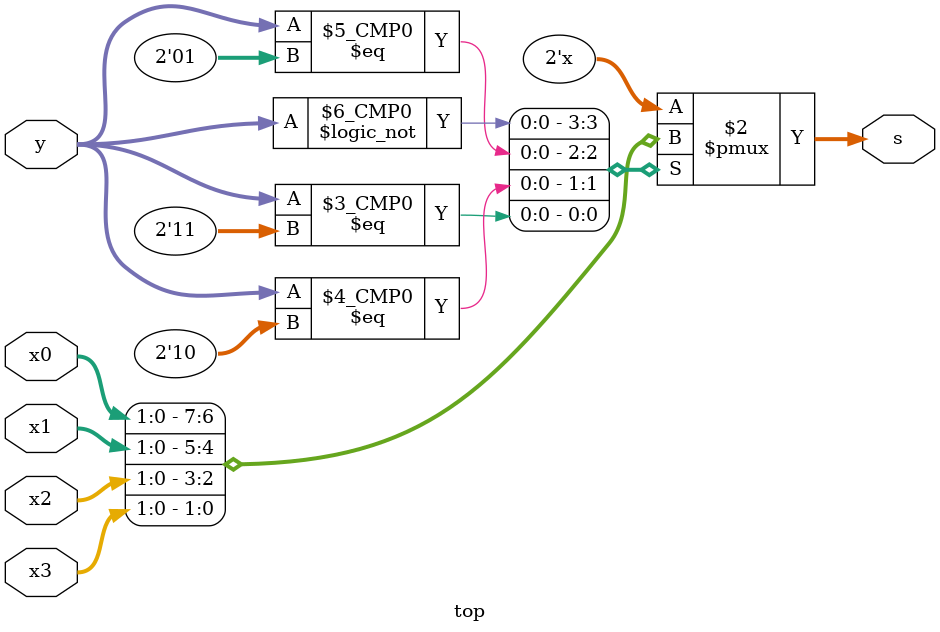
<source format=v>
module top(
	input [1:0] x0,x1,x2,x3,y,
	output reg [1:0] s
);
	always @(*) begin
		case(y) 
			2'b00: s = x0;
			2'b01: s = x1;
			2'b10: s = x2;
			2'b11: s = x3;
			default: s = 2'b00;
		endcase
	end
endmodule

</source>
